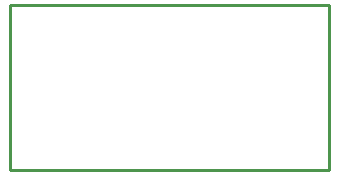
<source format=gm1>
G04*
G04 #@! TF.GenerationSoftware,Altium Limited,Altium Designer,23.3.1 (30)*
G04*
G04 Layer_Color=16711935*
%FSLAX43Y43*%
%MOMM*%
G71*
G04*
G04 #@! TF.SameCoordinates,EF6148DA-A470-40B2-B036-D2E06F8B8601*
G04*
G04*
G04 #@! TF.FilePolarity,Positive*
G04*
G01*
G75*
%ADD10C,0.254*%
D10*
X0Y0D02*
Y13970D01*
Y0D02*
X27051D01*
Y13970D01*
X0D02*
X27051D01*
M02*

</source>
